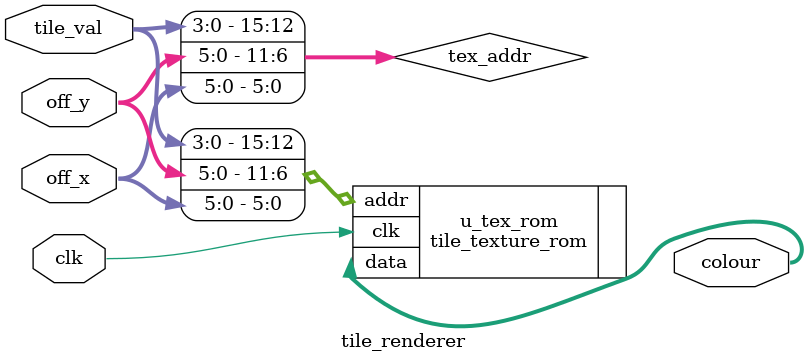
<source format=v>
`timescale 1ns / 1ps

module tile_renderer (
    input  wire        clk,
    input  wire [5:0]  off_x,  // 0-59 within tile
    input  wire [5:0]  off_y,  // 0-59 within tile
    input  wire [3:0]  tile_val,
    output wire [11:0] colour
);
    // Address into the texture ROM: {value, y, x} = 4 + 6 + 6 = 16 bits
    wire [15:0] tex_addr = {tile_val, off_y, off_x};

    // External ROM that stores 60×60 textures for each exponent value
    tile_texture_rom u_tex_rom (
        .clk  (clk),
        .addr (tex_addr),
        .data (colour)
    );
endmodule

</source>
